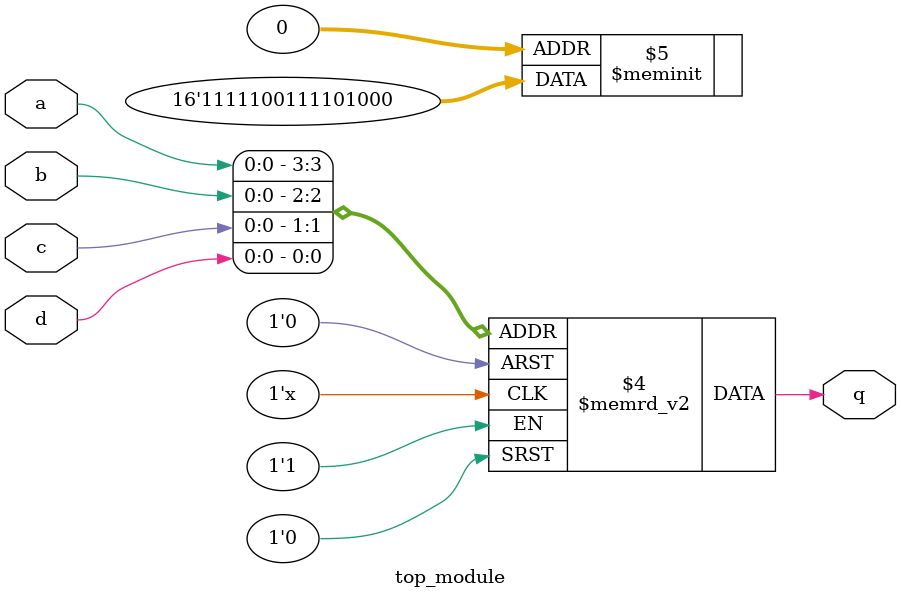
<source format=sv>
module top_module (
    input a, 
    input b, 
    input c, 
    input d,
    output reg q
);

    always @(*) begin
        case({a, b, c, d})
            4'b0000: q = 1'b0;
            4'b0001: q = 1'b0;
            4'b0010: q = 1'b0; // Updated
            4'b0011: q = 1'b1;
            4'b0100: q = 1'b0; // Updated
            4'b0101: q = 1'b1;
            4'b0110: q = 1'b1;
            4'b0111: q = 1'b1;
            4'b1000: q = 1'b1;
            4'b1001: q = 1'b0;
            4'b1010: q = 1'b0;
            4'b1011: q = 1'b1;
            4'b1100: q = 1'b1;
            4'b1101: q = 1'b1;
            4'b1110: q = 1'b1;
            4'b1111: q = 1'b1;
            default: q = 1'b0;
        endcase
    end
    
endmodule

</source>
